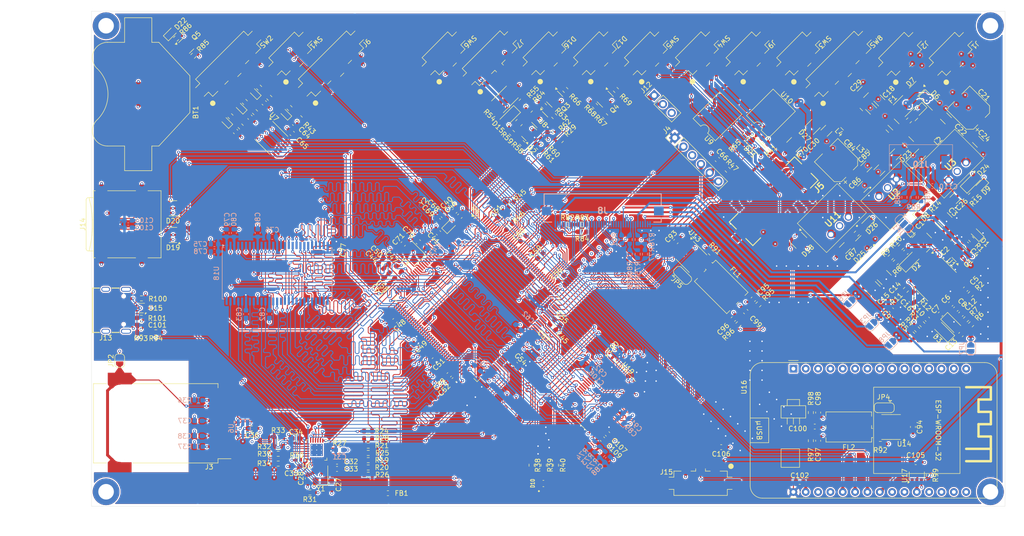
<source format=kicad_pcb>
(kicad_pcb
	(version 20241229)
	(generator "pcbnew")
	(generator_version "9.0")
	(general
		(thickness 1.6238)
		(legacy_teardrops no)
	)
	(paper "A4")
	(layers
		(0 "F.Cu" signal)
		(4 "In1.Cu" power)
		(6 "In2.Cu" power)
		(2 "B.Cu" signal)
		(9 "F.Adhes" user "F.Adhesive")
		(11 "B.Adhes" user "B.Adhesive")
		(13 "F.Paste" user)
		(15 "B.Paste" user)
		(5 "F.SilkS" user "F.Silkscreen")
		(7 "B.SilkS" user "B.Silkscreen")
		(1 "F.Mask" user)
		(3 "B.Mask" user)
		(17 "Dwgs.User" user "User.Drawings")
		(19 "Cmts.User" user "User.Comments")
		(21 "Eco1.User" user "User.Eco1")
		(23 "Eco2.User" user "User.Eco2")
		(25 "Edge.Cuts" user)
		(27 "Margin" user)
		(31 "F.CrtYd" user "F.Courtyard")
		(29 "B.CrtYd" user "B.Courtyard")
		(35 "F.Fab" user)
		(33 "B.Fab" user)
		(39 "User.1" user)
		(41 "User.2" user)
		(43 "User.3" user)
		(45 "User.4" user)
		(47 "User.5" user)
		(49 "User.6" user)
		(51 "User.7" user)
		(53 "User.8" user)
		(55 "User.9" user)
	)
	(setup
		(stackup
			(layer "F.SilkS"
				(type "Top Silk Screen")
			)
			(layer "F.Paste"
				(type "Top Solder Paste")
			)
			(layer "F.Mask"
				(type "Top Solder Mask")
				(thickness 0.01)
			)
			(layer "F.Cu"
				(type "copper")
				(thickness 0.035)
			)
			(layer "dielectric 1"
				(type "prepreg")
				(thickness 0.0994)
				(material "FR4")
				(epsilon_r 4.1)
				(loss_tangent 0.02)
			)
			(layer "In1.Cu"
				(type "copper")
				(thickness 0.035)
			)
			(layer "dielectric 2"
				(type "core")
				(thickness 1.265)
				(material "FR4")
				(epsilon_r 4.5)
				(loss_tangent 0.02)
			)
			(layer "In2.Cu"
				(type "copper")
				(thickness 0.035)
			)
			(layer "dielectric 3"
				(type "prepreg")
				(thickness 0.0994)
				(material "FR4")
				(epsilon_r 4.1)
				(loss_tangent 0.02)
			)
			(layer "B.Cu"
				(type "copper")
				(thickness 0.035)
			)
			(layer "B.Mask"
				(type "Bottom Solder Mask")
				(thickness 0.01)
			)
			(layer "B.Paste"
				(type "Bottom Solder Paste")
			)
			(layer "B.SilkS"
				(type "Bottom Silk Screen")
			)
			(copper_finish "None")
			(dielectric_constraints yes)
		)
		(pad_to_mask_clearance 0)
		(allow_soldermask_bridges_in_footprints no)
		(tenting front back)
		(pcbplotparams
			(layerselection 0x00000000_00000000_55555555_5755f5ff)
			(plot_on_all_layers_selection 0x00000000_00000000_00000000_00000000)
			(disableapertmacros no)
			(usegerberextensions no)
			(usegerberattributes yes)
			(usegerberadvancedattributes yes)
			(creategerberjobfile yes)
			(dashed_line_dash_ratio 12.000000)
			(dashed_line_gap_ratio 3.000000)
			(svgprecision 4)
			(plotframeref no)
			(mode 1)
			(useauxorigin no)
			(hpglpennumber 1)
			(hpglpenspeed 20)
			(hpglpendiameter 15.000000)
			(pdf_front_fp_property_popups yes)
			(pdf_back_fp_property_popups yes)
			(pdf_metadata yes)
			(pdf_single_document no)
			(dxfpolygonmode yes)
			(dxfimperialunits yes)
			(dxfusepcbnewfont yes)
			(psnegative no)
			(psa4output no)
			(plot_black_and_white yes)
			(plotinvisibletext no)
			(sketchpadsonfab no)
			(plotpadnumbers no)
			(hidednponfab no)
			(sketchdnponfab yes)
			(crossoutdnponfab yes)
			(subtractmaskfromsilk no)
			(outputformat 1)
			(mirror no)
			(drillshape 0)
			(scaleselection 1)
			(outputdirectory "Gerber/")
		)
	)
	(net 0 "")
	(net 1 "+3V3_FER")
	(net 2 "Earth")
	(net 3 "/Ethernet/LED_G")
	(net 4 "/Ethernet/LED_Y")
	(net 5 "GND")
	(net 6 "+3V3")
	(net 7 "+5V")
	(net 8 "/Power/3V3_Display")
	(net 9 "Net-(C5-Pad2)")
	(net 10 "Net-(U1-COMP)")
	(net 11 "Net-(U1-C1+)")
	(net 12 "Net-(U1-C1-)")
	(net 13 "Net-(U1-C2+)")
	(net 14 "Net-(U1-C2-)")
	(net 15 "Net-(U1-DRV)")
	(net 16 "Net-(U1-FB1)")
	(net 17 "Net-(U1-REF)")
	(net 18 "Net-(U1-VCOMIN)")
	(net 19 "+24V")
	(net 20 "Net-(U3-VI)")
	(net 21 "Net-(U2-VI)")
	(net 22 "/Peripherals/V_{ref2}")
	(net 23 "Net-(D1-A)")
	(net 24 "Net-(D15-K)")
	(net 25 "/IEC_Charging_Circuit/CP")
	(net 26 "/IEC_Charging_Circuit/PP")
	(net 27 "/Core/EV_Start_Charging")
	(net 28 "/Display/LCD_VGL")
	(net 29 "Net-(Q1-B)")
	(net 30 "Net-(Q2-G)")
	(net 31 "Net-(U1-FB3)")
	(net 32 "Net-(U1-FB2)")
	(net 33 "/IEC_Charging_Circuit/PWM_SENSE")
	(net 34 "/Core/Charging_Point_PWM")
	(net 35 "/Core/~{IMD_Error_LED}")
	(net 36 "/SDRAM/D9")
	(net 37 "/SDRAM/A11")
	(net 38 "/Core/~{AMS_Error_LED}")
	(net 39 "/SDRAM/D0")
	(net 40 "unconnected-(U4B-PC13-Pad8)")
	(net 41 "unconnected-(U4B-PD4-Pad146)")
	(net 42 "/Core/PCAP_RST")
	(net 43 "/Display/B5")
	(net 44 "unconnected-(U4B-PD13-Pad101)")
	(net 45 "/SDRAM/D14")
	(net 46 "/SDRAM/D2")
	(net 47 "/SDRAM/D4")
	(net 48 "/Core/OSC_in")
	(net 49 "/Core/SWCLK")
	(net 50 "unconnected-(U4B-PG3-Pad107)")
	(net 51 "/Display/R2")
	(net 52 "/SDRAM/A3")
	(net 53 "/SDRAM/D13")
	(net 54 "/Core/LCD_Reset")
	(net 55 "/Display/R0")
	(net 56 "/SDRAM/A2")
	(net 57 "/Display/R7")
	(net 58 "/Display/B4")
	(net 59 "/Core/AMS_Reset_in")
	(net 60 "/Core/AMS_Reset_out")
	(net 61 "/Core/SDC_out")
	(net 62 "/SDRAM/A0")
	(net 63 "unconnected-(U4B-PF8-Pad26)")
	(net 64 "/SDRAM/SDNE0")
	(net 65 "/Core/SWDIO")
	(net 66 "/SDRAM/A10")
	(net 67 "unconnected-(U4B-PH15-Pad130)")
	(net 68 "/Display/G0")
	(net 69 "/SDRAM/BA0")
	(net 70 "/Ethernet/RMII_TX_EN")
	(net 71 "/Core/NRST")
	(net 72 "/SDRAM/D12")
	(net 73 "/SDRAM/NBL0")
	(net 74 "/Display/B0")
	(net 75 "/Core/RMII_nRST")
	(net 76 "/Display/G2")
	(net 77 "/Display/R1")
	(net 78 "unconnected-(U4B-PI9-Pad11)")
	(net 79 "/SDRAM/SDNWE")
	(net 80 "/Ethernet/RMII_RXD1")
	(net 81 "/SDRAM/A9")
	(net 82 "/SDRAM/D11")
	(net 83 "unconnected-(U4B-PH12-Pad89)")
	(net 84 "/Display/DE")
	(net 85 "/Display/G3")
	(net 86 "/Display/CLK")
	(net 87 "/Peripherals/USART_RX")
	(net 88 "unconnected-(U4B-PD3-Pad145)")
	(net 89 "unconnected-(U4B-PI3-Pad134)")
	(net 90 "/Peripherals/USB_OTG_VBUS")
	(net 91 "/SDRAM/A4")
	(net 92 "/Display/B3")
	(net 93 "/Peripherals/SDMMC_D0")
	(net 94 "/SDRAM/D15")
	(net 95 "/SDRAM/D3")
	(net 96 "/Display/G4")
	(net 97 "/SDRAM/A7")
	(net 98 "unconnected-(U4E-PG2-Pad106)")
	(net 99 "Net-(U4F-BOOT0)")
	(net 100 "unconnected-(U4B-PD7-Pad151)")
	(net 101 "/Display/G7")
	(net 102 "/Core/LED_B")
	(net 103 "/Ethernet/RMII_MDIO")
	(net 104 "/Display/G1")
	(net 105 "/Display/R6")
	(net 106 "/SDRAM/D6")
	(net 107 "/SDRAM/A1")
	(net 108 "/SDRAM/D8")
	(net 109 "/Display/B6")
	(net 110 "/Display/R4")
	(net 111 "/Core/OSC_out")
	(net 112 "unconnected-(U4B-PF6-Pad24)")
	(net 113 "/SDRAM/A5")
	(net 114 "/Display/G6")
	(net 115 "/Peripherals/ESP_RX")
	(net 116 "unconnected-(U4B-PF9-Pad27)")
	(net 117 "/Display/G5")
	(net 118 "/Core/LED_G")
	(net 119 "/Display/R5")
	(net 120 "unconnected-(U4B-PF7-Pad25)")
	(net 121 "/Ethernet/RMII_TXD1")
	(net 122 "/SDRAM/D5")
	(net 123 "/Peripherals/SDMMC_CMD")
	(net 124 "/SDRAM/D1")
	(net 125 "Net-(U4A-VREF+)")
	(net 126 "/Display/B1")
	(net 127 "/Display/B7")
	(net 128 "unconnected-(U4B-PD11-Pad99)")
	(net 129 "/Ethernet/RMII_MDC")
	(net 130 "unconnected-(U4B-PD12-Pad100)")
	(net 131 "/Core/OSC32_in")
	(net 132 "/SDRAM/SDCLK")
	(net 133 "/Peripherals/USART_TX")
	(net 134 "unconnected-(U4B-PA10-Pad121)")
	(net 135 "/Core/LED_R")
	(net 136 "/SDRAM/SDCKE0")
	(net 137 "/Ethernet/RMII_RXD0")
	(net 138 "unconnected-(U4B-PH11-Pad88)")
	(net 139 "/Ethernet/RMII_CRS_DV")
	(net 140 "/Core/TRACESWO")
	(net 141 "/Display/HSYNC")
	(net 142 "/Ethernet/RMII_TXD0")
	(net 143 "/SDRAM/D10")
	(net 144 "/SDRAM/SDNCAS")
	(net 145 "/Display/R3")
	(net 146 "/Core/OSC32_out")
	(net 147 "/Display/VSYNC")
	(net 148 "/SDRAM/D7")
	(net 149 "unconnected-(U4B-PG9-Pad152)")
	(net 150 "/SDRAM/BA1")
	(net 151 "/SDRAM/SDNRAS")
	(net 152 "/SDRAM/A6")
	(net 153 "/SDRAM/NBL1")
	(net 154 "/Display/B2")
	(net 155 "/Ethernet/RMII_REF_CLK")
	(net 156 "/SDRAM/A8")
	(net 157 "unconnected-(U4B-PB2-Pad58)")
	(net 158 "/Ethernet/XTAL2")
	(net 159 "/Ethernet/XTAL1")
	(net 160 "/Peripherals/ESP_TX")
	(net 161 "/Peripherals/STM_CAN_TX")
	(net 162 "/Peripherals/STM_CAN_RX")
	(net 163 "/Peripherals/SDMMC_CK")
	(net 164 "/Peripherals/ESP_CAN_RX")
	(net 165 "/SDC_and_SCS/RSD_in")
	(net 166 "/SDC_and_SCS/RSD_out")
	(net 167 "/Peripherals/ESP_CAN_TX")
	(net 168 "/Display/LCD_VGH")
	(net 169 "Net-(D5-A)")
	(net 170 "Net-(D9-A)")
	(net 171 "/Core/SDC_in")
	(net 172 "Net-(Q3-G)")
	(net 173 "Net-(Q4-G)")
	(net 174 "/Core/SDC_enable")
	(net 175 "/Display/I2C_SDA")
	(net 176 "/Display/I2C_SCL")
	(net 177 "/Display/LCD_SELB")
	(net 178 "VDD")
	(net 179 "/Display/LCD_STBYB")
	(net 180 "Net-(J1-Pin_1)")
	(net 181 "/Display/LCD_U{slash}D")
	(net 182 "/Display/LCD_L{slash}R")
	(net 183 "/Display/RXIN0-")
	(net 184 "/Display/RXCLKIN+")
	(net 185 "/Display/RXIN0+")
	(net 186 "/Display/RXIN2-")
	(net 187 "/Display/RXIN1-")
	(net 188 "/Display/RXIN2+")
	(net 189 "/Display/RXIN3+")
	(net 190 "/Display/RXIN3-")
	(net 191 "/Display/RXIN1+")
	(net 192 "/Display/RXCLKIN-")
	(net 193 "Net-(J2-Pin_1)")
	(net 194 "Net-(U4F-PDR_ON)")
	(net 195 "/Peripherals/SDMMC_D1")
	(net 196 "/Peripherals/SDMMC_D2")
	(net 197 "/Peripherals/SDMMC_D3")
	(net 198 "/Core/SDC_Voltage")
	(net 199 "/Core/TSAL_Green")
	(net 200 "/Core/TS_on")
	(net 201 "/Peripherals/USB_OTG_DP")
	(net 202 "/Peripherals/USB_OTG_DN")
	(net 203 "/Peripherals/D-")
	(net 204 "/Peripherals/D+")
	(net 205 "/Core/PCAP_Int")
	(net 206 "/Display/LCD_VDD")
	(net 207 "/Core/Encoder_push")
	(net 208 "/Core/Encoder_A")
	(net 209 "/Core/Encoder_B")
	(net 210 "/Ethernet/RXN")
	(net 211 "/Ethernet/TXN")
	(net 212 "/Ethernet/RXP")
	(net 213 "/Ethernet/TXP")
	(net 214 "/Core/SDC_on")
	(net 215 "/Core/EncB_on")
	(net 216 "/Core/EncPush_on")
	(net 217 "/Core/EncA_on")
	(net 218 "Net-(D16-A)")
	(net 219 "Net-(D16-K)")
	(net 220 "Net-(D17-K)")
	(net 221 "Net-(D17-A)")
	(net 222 "/Display/LCD_AVDD")
	(net 223 "/Display/VCOM")
	(net 224 "Net-(D7-K)")
	(net 225 "unconnected-(U4B-PH9-Pad86)")
	(net 226 "unconnected-(U4B-PH6-Pad83)")
	(net 227 "unconnected-(U4B-PH7-Pad84)")
	(net 228 "Net-(D3-A)")
	(net 229 "Net-(J13-CC2)")
	(net 230 "Net-(U5-VDDCR)")
	(net 231 "Net-(C39-Pad1)")
	(net 232 "Net-(C45-Pad1)")
	(net 233 "Net-(D11-K)")
	(net 234 "Net-(D12-K)")
	(net 235 "Net-(D13-K)")
	(net 236 "Net-(D14-K)")
	(net 237 "Net-(U15-VBUS)")
	(net 238 "Net-(D2-A)")
	(net 239 "Net-(D8-A)")
	(net 240 "Net-(D10-BK)")
	(net 241 "Net-(D10-GK)")
	(net 242 "Net-(D10-RK)")
	(net 243 "Net-(D11-A)")
	(net 244 "Net-(U13-CANH)")
	(net 245 "Net-(U13-CANL)")
	(net 246 "Net-(U14-CANH)")
	(net 247 "Net-(U14-CANL)")
	(net 248 "Net-(J3-Pad11)")
	(net 249 "Net-(J3-Pad2)")
	(net 250 "unconnected-(J3-NC-Pad9)")
	(net 251 "Net-(J5-Pin_2)")
	(net 252 "Net-(J13-CC1)")
	(net 253 "unconnected-(J13-SBU2-PadB8)")
	(net 254 "unconnected-(J13-SBU1-PadA8)")
	(net 255 "Net-(Q2-D)")
	(net 256 "Net-(R29-Pad1)")
	(net 257 "Net-(J15-Pin_2)")
	(net 258 "Net-(JP4-C)")
	(net 259 "Net-(JP5-C)")
	(net 260 "Net-(R3-Pad2)")
	(net 261 "Net-(R8-Pad2)")
	(net 262 "/Peripherals/V_{ref1}")
	(net 263 "Net-(U5-RXD0{slash}MODE0)")
	(net 264 "Net-(U5-RXD1{slash}MODE1)")
	(net 265 "Net-(U5-CRS_DV{slash}MODE2)")
	(net 266 "Net-(U5-~{INT}{slash}REFCLKO)")
	(net 267 "Net-(U5-RXER{slash}PHYAD0)")
	(net 268 "Net-(U5-RBIAS)")
	(net 269 "Net-(U8--)")
	(net 270 "Net-(R65-Pad1)")
	(net 271 "Net-(R70-Pad2)")
	(net 272 "V_{In}")
	(net 273 "Net-(R75-Pad2)")
	(net 274 "Net-(U13-Rs)")
	(net 275 "Net-(U14-Rs)")
	(net 276 "Net-(U16-D21)")
	(net 277 "unconnected-(U7-Pad12)")
	(net 278 "unconnected-(U7-Pad10)")
	(net 279 "unconnected-(U9-Pad3)")
	(net 280 "unconnected-(U10-Pad3)")
	(net 281 "unconnected-(U10-Pad5)")
	(net 282 "unconnected-(U16-D26-Pad7)")
	(net 283 "unconnected-(U16-D2-Pad27)")
	(net 284 "unconnected-(U16-VIN-Pad1)")
	(net 285 "unconnected-(U16-D34-Pad12)")
	(net 286 "unconnected-(U16-D39{slash}VN-Pad13)")
	(net 287 "unconnected-(U16-D19-Pad21)")
	(net 288 "unconnected-(U16-D36{slash}VP-Pad14)")
	(net 289 "unconnected-(U16-TX0{slash}D1-Pad18)")
	(net 290 "unconnected-(U16-D14-Pad5)")
	(net 291 "unconnected-(U16-D25-Pad8)")
	(net 292 "unconnected-(U16-D15-Pad28)")
	(net 293 "unconnected-(U16-D13-Pad3)")
	(net 294 "unconnected-(U16-D23-Pad16)")
	(net 295 "unconnected-(U16-D27-Pad6)")
	(net 296 "unconnected-(U16-EN-Pad15)")
	(net 297 "unconnected-(U16-D33-Pad9)")
	(net 298 "unconnected-(U16-D22-Pad17)")
	(net 299 "unconnected-(U16-D35-Pad11)")
	(net 300 "unconnected-(U16-D18-Pad22)")
	(net 301 "unconnected-(U16-D12-Pad4)")
	(net 302 "unconnected-(U16-D32-Pad10)")
	(net 303 "unconnected-(U16-RX0{slash}D3-Pad19)")
	(net 304 "unconnected-(U17-NC-Pad1)")
	(net 305 "Net-(BT1-+)")
	(net 306 "VBAT")
	(net 307 "Net-(D22-A)")
	(net 308 "Net-(Q5-G)")
	(net 309 "unconnected-(U18-NC-Pad40)")
	(net 310 "unconnected-(U18-NC-Pad36)")
	(net 311 "Net-(U11-VI)")
	(net 312 "Net-(D25-K)")
	(net 313 "Net-(D26-A)")
	(net 314 "+12V")
	(net 315 "unconnected-(J8-Pin_37-Pad37)")
	(net 316 "unconnected-(J8-Pin_23-Pad23)")
	(net 317 "unconnected-(J8-Pin_26-Pad26)")
	(net 318 "Net-(J8-Pin_35)")
	(net 319 "unconnected-(J8-Pin_27-Pad27)")
	(net 320 "unconnected-(J8-Pin_24-Pad24)")
	(net 321 "Net-(J8-Pin_38)")
	(net 322 "unconnected-(J8-Pin_4-Pad4)")
	(net 323 "Net-(J8-Pin_29)")
	(net 324 "Net-(J8-Pin_1)")
	(net 325 "unconnected-(J8-Pin_36-Pad36)")
	(net 326 "Net-(U19-CLKSEL)")
	(net 327 "Net-(U19-~{SHTDN})")
	(net 328 "Net-(R76-Pad2)")
	(net 329 "/Core/CAN+")
	(net 330 "/Core/CAN-")
	(footprint "Capacitor_SMD:C_1206_3216Metric" (layer "F.Cu") (at 218.05 68.997055 -45))
	(footprint "Capacitor_SMD:C_0603_1608Metric" (layer "F.Cu") (at 217.599138 91.659104 45))
	(footprint "Package_SO:SOIC-8_3.9x4.9mm_P1.27mm" (layer "F.Cu") (at 214.55 127.660001 180))
	(footprint "Resistor_SMD:R_0603_1608Metric" (layer "F.Cu") (at 106.95 137.5))
	(footprint "Capacitor_SMD:C_0603_1608Metric" (layer "F.Cu") (at 158.3 112.25 45))
	(footprint "Capacitor_SMD:C_1206_3216Metric" (layer "F.Cu") (at 232.45 68.897055 -45))
	(footprint "Capacitor_SMD:C_0603_1608Metric" (layer "F.Cu") (at 91.3 67.197055 135))
	(footprint "Package_TO_SOT_SMD:SOT-23" (layer "F.Cu") (at 69.49055 49.123915 45))
	(footprint "Capacitor_SMD:C_0603_1608Metric" (layer "F.Cu") (at 218.670709 101.512049 -45))
	(footprint "Charger:ESP32-WROOM-32-DevKit-30Pin" (layer "F.Cu") (at 194.45 115.650001 -90))
	(footprint "LED_SMD:LED_0603_1608Metric" (layer "F.Cu") (at 66.35 46.55 45))
	(footprint "Inductor_SMD:L_Wuerth_WE-PD2-Typ-MS" (layer "F.Cu") (at 211.8 68.697055 -45))
	(footprint "Package_TO_SOT_SMD:SOT-23-3" (layer "F.Cu") (at 155.728751 60.125806 -45))
	(footprint "Resistor_SMD:R_0603_1608Metric" (layer "F.Cu") (at 88.425 131.675 180))
	(footprint "Package_DIP:SMDIP-6_W9.53mm" (layer "F.Cu") (at 178.828751 63.675806 135))
	(footprint "FaSTTUBe_connectors:Micro_Mate-N-Lok_2p_vertical" (layer "F.Cu") (at 226.8 50.8 -135))
	(footprint "Resistor_SMD:R_0603_1608Metric" (layer "F.Cu") (at 187.260986 102.407037 45))
	(footprint "Resistor_SMD:R_0603_1608Metric" (layer "F.Cu") (at 60.2725 101.16 180))
	(footprint "Diode_SMD:D_SOD-123" (layer "F.Cu") (at 222.6 60.547055 -45))
	(footprint "Package_SO:TSSOP-56_6.1x14mm_P0.5mm" (layer "F.Cu") (at 154.773231 121.177037 -45))
	(footprint "Inductor_SMD:L_0603_1608Metric" (layer "F.Cu") (at 111 141.3 180))
	(footprint "Resistor_SMD:R_0603_1608Metric" (layer "F.Cu") (at 60.2475 108.16))
	(footprint "Inductor_SMD:L_Wuerth_WE-PD2-Typ-MS" (layer "F.Cu") (at 221.75 66.297055 45))
	(footprint "LED_SMD:LED_0603_1608Metric" (layer "F.Cu") (at 220.356847 62.390208 -135))
	(footprint "Capacitor_SMD:CP_Elec_6.3x7.7" (layer "F.Cu") (at 230.75 62.247055 135))
	(footprint "Capacitor_SMD:C_0603_1608Metric"
		(layer "F.Cu")
		(uuid "1d844bf8-48e4-4879-b840-b8f1bbda8b2e")
		(at 199.55 124.685001 90)
		(descr "Capacitor SMD 0603 (1608 Metric), square (rectangular) end terminal, IPC_7351 nominal, (Body size source: IPC-SM-782 page 76, https://www.pcb-3d.com/wordpress/wp-content/uploads/ipc-sm-782a_amendment_1_and_2.pdf), generated with kicad-footprint-generator")
		(tags "capacitor")
		(property "Reference" "C98"
			(at 2.890001 0 90)
			(layer "F.SilkS")
			(uuid "d5c71e0f-6198-475f-aa28-d888e2e68b9b")
			(effects
				(font
					(size 1 1)
					(thickness 0.15)
				)
			)
		)
		(property "Value" "100p"
			(at 0 1.43 90)
			(layer "F.Fab")
			(uuid "67249af2-27f7-4ffb-82ba-0f26a698a57b")
			(effects
				(font
					(size 1 1)
					(thickness 0.15)
				)
			)
		)
		(property "Datasheet" ""
			(at 0 0 90)
			(unlocked yes)
			(layer "F.Fab")
			(hide yes)
			(uuid "0a19e9b6-763f-4913-92f2-02681f2d5ef2")
			(effects
				(font
					(size 1.27 1.27)
					(thickness 0.15)
				)
			)
		)
		(property "Description" "Unpolarized capacitor, small symbol"
			(at 0 0 90)
			(unlocked yes)

... [8899649 chars truncated]
</source>
